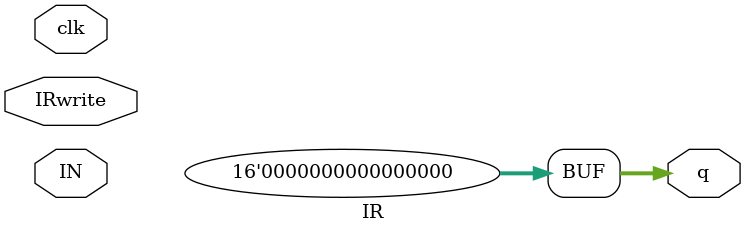
<source format=v>
`timescale 1ns/1ns
module IR(input clk,input [15:0] IN , input IRwrite, output reg [15:0] q);
assign q = 16'b0;
	always @(posedge clk) begin
		if(IRwrite)
			q = IN;
	end
endmodule
</source>
